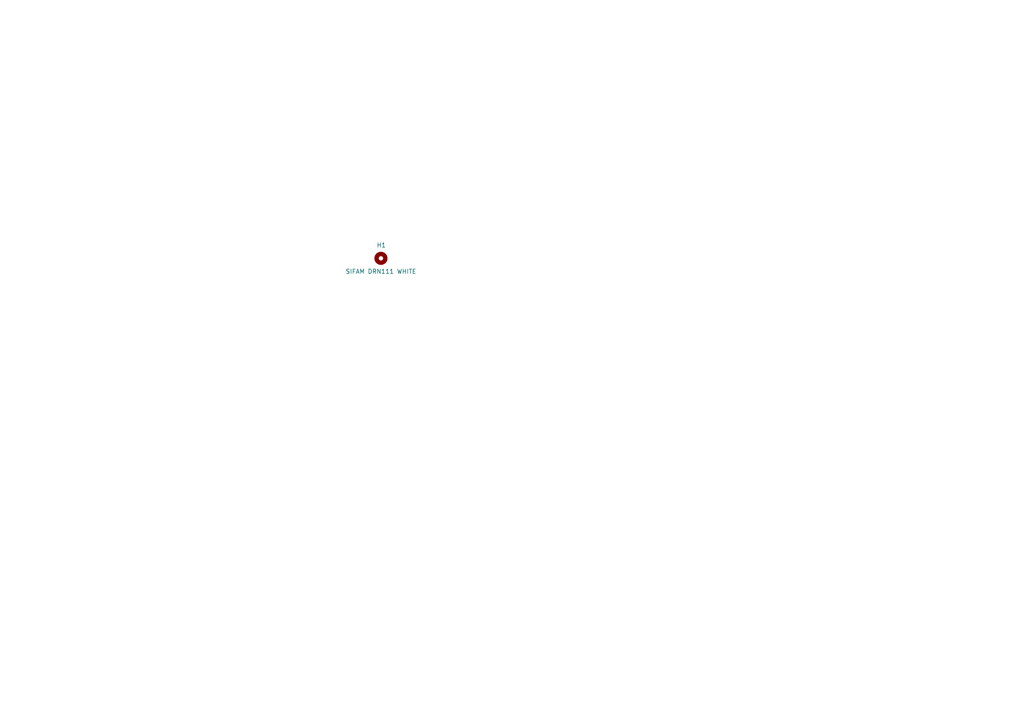
<source format=kicad_sch>
(kicad_sch (version 20211123) (generator eeschema)
  (paper "A4")
  (lib_symbols
    (symbol "Mechanical:MountingHole" (pin_names (offset 1.016))
      (property "Reference" "H" (at 0 5.08 0))
      (property "Value" "MountingHole" (at 0 3.175 0))
      (symbol "MountingHole_0_1"
        (circle (center 0 0) (radius 1.27) (stroke (width 1.27)))
      )
    )
  )
  (symbol (lib_id "Mechanical:MountingHole") (at 110.49 74.93 90) (mirror x) (unit 1)
    (property "Reference" "H1" (at 109.22 71.12 90) (effects (justify right)))
    (property "Value" "SIFAM DRN111 WHITE" (at 110.49 78.74 90))
    (property "Footprint" "Empty:Empty" (effects hide))
    (property "Device" "Knob" (effects hide))
    (property "Description" "White Small Skirt D - Sifam Plastic Knob" (effects hide))
    (property "Place" "No" (effects hide))
    (property "Dist" "Thonk" (effects hide))
    (property "DistLink" "https://www.thonk.co.uk/shop/intellijel-white-knobs/" (effects hide))
  )
)
</source>
